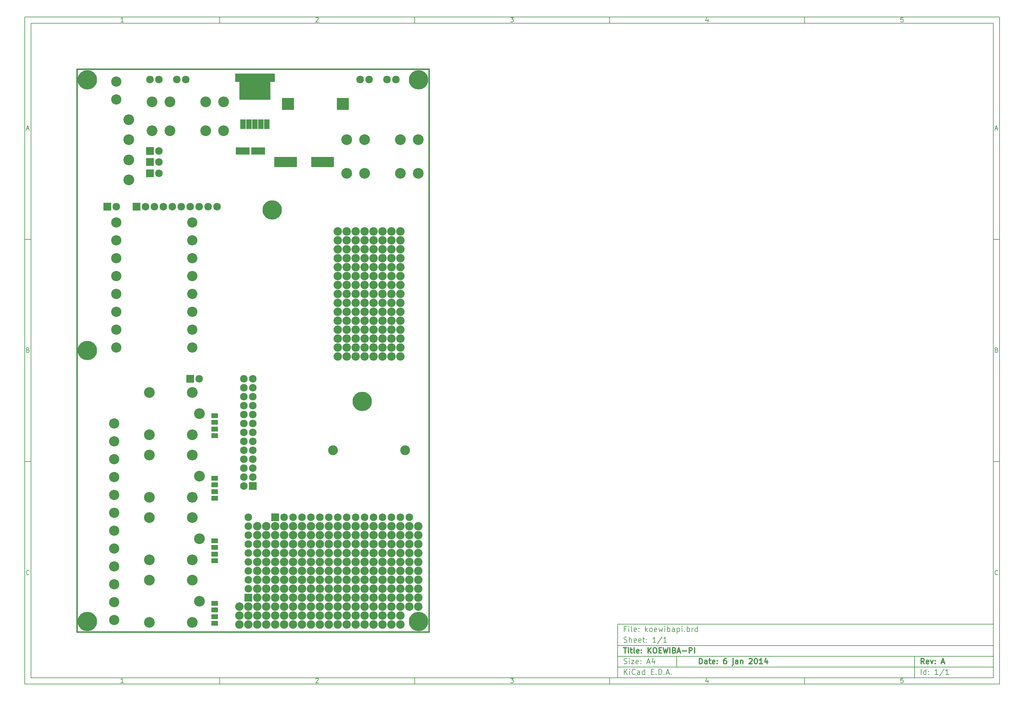
<source format=gts>
G04 (created by PCBNEW-RS274X (2011-05-25)-stable) date Mo 06 Jan 2014 14:30:27 CET*
G01*
G70*
G90*
%MOIN*%
G04 Gerber Fmt 3.4, Leading zero omitted, Abs format*
%FSLAX34Y34*%
G04 APERTURE LIST*
%ADD10C,0.006000*%
%ADD11C,0.012000*%
%ADD12C,0.015000*%
%ADD13C,0.120000*%
%ADD14R,0.062000X0.105000*%
%ADD15R,0.348000X0.295000*%
%ADD16R,0.068500X0.095000*%
%ADD17R,0.075000X0.055000*%
%ADD18R,0.138100X0.138100*%
%ADD19C,0.085000*%
%ADD20R,0.085000X0.085000*%
%ADD21C,0.110000*%
%ADD22R,0.157800X0.083000*%
%ADD23R,0.256200X0.114500*%
%ADD24C,0.115000*%
%ADD25C,0.216900*%
%ADD26C,0.095000*%
G04 APERTURE END LIST*
G54D10*
X04000Y-04000D02*
X113000Y-04000D01*
X113000Y-78670D01*
X04000Y-78670D01*
X04000Y-04000D01*
X04700Y-04700D02*
X112300Y-04700D01*
X112300Y-77970D01*
X04700Y-77970D01*
X04700Y-04700D01*
X25800Y-04000D02*
X25800Y-04700D01*
X15043Y-04552D02*
X14757Y-04552D01*
X14900Y-04552D02*
X14900Y-04052D01*
X14852Y-04124D01*
X14805Y-04171D01*
X14757Y-04195D01*
X25800Y-78670D02*
X25800Y-77970D01*
X15043Y-78522D02*
X14757Y-78522D01*
X14900Y-78522D02*
X14900Y-78022D01*
X14852Y-78094D01*
X14805Y-78141D01*
X14757Y-78165D01*
X47600Y-04000D02*
X47600Y-04700D01*
X36557Y-04100D02*
X36581Y-04076D01*
X36629Y-04052D01*
X36748Y-04052D01*
X36795Y-04076D01*
X36819Y-04100D01*
X36843Y-04148D01*
X36843Y-04195D01*
X36819Y-04267D01*
X36533Y-04552D01*
X36843Y-04552D01*
X47600Y-78670D02*
X47600Y-77970D01*
X36557Y-78070D02*
X36581Y-78046D01*
X36629Y-78022D01*
X36748Y-78022D01*
X36795Y-78046D01*
X36819Y-78070D01*
X36843Y-78118D01*
X36843Y-78165D01*
X36819Y-78237D01*
X36533Y-78522D01*
X36843Y-78522D01*
X69400Y-04000D02*
X69400Y-04700D01*
X58333Y-04052D02*
X58643Y-04052D01*
X58476Y-04243D01*
X58548Y-04243D01*
X58595Y-04267D01*
X58619Y-04290D01*
X58643Y-04338D01*
X58643Y-04457D01*
X58619Y-04505D01*
X58595Y-04529D01*
X58548Y-04552D01*
X58405Y-04552D01*
X58357Y-04529D01*
X58333Y-04505D01*
X69400Y-78670D02*
X69400Y-77970D01*
X58333Y-78022D02*
X58643Y-78022D01*
X58476Y-78213D01*
X58548Y-78213D01*
X58595Y-78237D01*
X58619Y-78260D01*
X58643Y-78308D01*
X58643Y-78427D01*
X58619Y-78475D01*
X58595Y-78499D01*
X58548Y-78522D01*
X58405Y-78522D01*
X58357Y-78499D01*
X58333Y-78475D01*
X91200Y-04000D02*
X91200Y-04700D01*
X80395Y-04219D02*
X80395Y-04552D01*
X80276Y-04029D02*
X80157Y-04386D01*
X80467Y-04386D01*
X91200Y-78670D02*
X91200Y-77970D01*
X80395Y-78189D02*
X80395Y-78522D01*
X80276Y-77999D02*
X80157Y-78356D01*
X80467Y-78356D01*
X102219Y-04052D02*
X101981Y-04052D01*
X101957Y-04290D01*
X101981Y-04267D01*
X102029Y-04243D01*
X102148Y-04243D01*
X102195Y-04267D01*
X102219Y-04290D01*
X102243Y-04338D01*
X102243Y-04457D01*
X102219Y-04505D01*
X102195Y-04529D01*
X102148Y-04552D01*
X102029Y-04552D01*
X101981Y-04529D01*
X101957Y-04505D01*
X102219Y-78022D02*
X101981Y-78022D01*
X101957Y-78260D01*
X101981Y-78237D01*
X102029Y-78213D01*
X102148Y-78213D01*
X102195Y-78237D01*
X102219Y-78260D01*
X102243Y-78308D01*
X102243Y-78427D01*
X102219Y-78475D01*
X102195Y-78499D01*
X102148Y-78522D01*
X102029Y-78522D01*
X101981Y-78499D01*
X101957Y-78475D01*
X04000Y-28890D02*
X04700Y-28890D01*
X04231Y-16510D02*
X04469Y-16510D01*
X04184Y-16652D02*
X04350Y-16152D01*
X04517Y-16652D01*
X113000Y-28890D02*
X112300Y-28890D01*
X112531Y-16510D02*
X112769Y-16510D01*
X112484Y-16652D02*
X112650Y-16152D01*
X112817Y-16652D01*
X04000Y-53780D02*
X04700Y-53780D01*
X04386Y-41280D02*
X04457Y-41304D01*
X04481Y-41328D01*
X04505Y-41376D01*
X04505Y-41447D01*
X04481Y-41495D01*
X04457Y-41519D01*
X04410Y-41542D01*
X04219Y-41542D01*
X04219Y-41042D01*
X04386Y-41042D01*
X04433Y-41066D01*
X04457Y-41090D01*
X04481Y-41138D01*
X04481Y-41185D01*
X04457Y-41233D01*
X04433Y-41257D01*
X04386Y-41280D01*
X04219Y-41280D01*
X113000Y-53780D02*
X112300Y-53780D01*
X112686Y-41280D02*
X112757Y-41304D01*
X112781Y-41328D01*
X112805Y-41376D01*
X112805Y-41447D01*
X112781Y-41495D01*
X112757Y-41519D01*
X112710Y-41542D01*
X112519Y-41542D01*
X112519Y-41042D01*
X112686Y-41042D01*
X112733Y-41066D01*
X112757Y-41090D01*
X112781Y-41138D01*
X112781Y-41185D01*
X112757Y-41233D01*
X112733Y-41257D01*
X112686Y-41280D01*
X112519Y-41280D01*
X04505Y-66385D02*
X04481Y-66409D01*
X04410Y-66432D01*
X04362Y-66432D01*
X04290Y-66409D01*
X04243Y-66361D01*
X04219Y-66313D01*
X04195Y-66218D01*
X04195Y-66147D01*
X04219Y-66051D01*
X04243Y-66004D01*
X04290Y-65956D01*
X04362Y-65932D01*
X04410Y-65932D01*
X04481Y-65956D01*
X04505Y-65980D01*
X112805Y-66385D02*
X112781Y-66409D01*
X112710Y-66432D01*
X112662Y-66432D01*
X112590Y-66409D01*
X112543Y-66361D01*
X112519Y-66313D01*
X112495Y-66218D01*
X112495Y-66147D01*
X112519Y-66051D01*
X112543Y-66004D01*
X112590Y-65956D01*
X112662Y-65932D01*
X112710Y-65932D01*
X112781Y-65956D01*
X112805Y-65980D01*
G54D11*
X79443Y-76413D02*
X79443Y-75813D01*
X79586Y-75813D01*
X79671Y-75841D01*
X79729Y-75899D01*
X79757Y-75956D01*
X79786Y-76070D01*
X79786Y-76156D01*
X79757Y-76270D01*
X79729Y-76327D01*
X79671Y-76384D01*
X79586Y-76413D01*
X79443Y-76413D01*
X80300Y-76413D02*
X80300Y-76099D01*
X80271Y-76041D01*
X80214Y-76013D01*
X80100Y-76013D01*
X80043Y-76041D01*
X80300Y-76384D02*
X80243Y-76413D01*
X80100Y-76413D01*
X80043Y-76384D01*
X80014Y-76327D01*
X80014Y-76270D01*
X80043Y-76213D01*
X80100Y-76184D01*
X80243Y-76184D01*
X80300Y-76156D01*
X80500Y-76013D02*
X80729Y-76013D01*
X80586Y-75813D02*
X80586Y-76327D01*
X80614Y-76384D01*
X80672Y-76413D01*
X80729Y-76413D01*
X81157Y-76384D02*
X81100Y-76413D01*
X80986Y-76413D01*
X80929Y-76384D01*
X80900Y-76327D01*
X80900Y-76099D01*
X80929Y-76041D01*
X80986Y-76013D01*
X81100Y-76013D01*
X81157Y-76041D01*
X81186Y-76099D01*
X81186Y-76156D01*
X80900Y-76213D01*
X81443Y-76356D02*
X81471Y-76384D01*
X81443Y-76413D01*
X81414Y-76384D01*
X81443Y-76356D01*
X81443Y-76413D01*
X81443Y-76041D02*
X81471Y-76070D01*
X81443Y-76099D01*
X81414Y-76070D01*
X81443Y-76041D01*
X81443Y-76099D01*
X82443Y-75813D02*
X82329Y-75813D01*
X82272Y-75841D01*
X82243Y-75870D01*
X82186Y-75956D01*
X82157Y-76070D01*
X82157Y-76299D01*
X82186Y-76356D01*
X82214Y-76384D01*
X82272Y-76413D01*
X82386Y-76413D01*
X82443Y-76384D01*
X82472Y-76356D01*
X82500Y-76299D01*
X82500Y-76156D01*
X82472Y-76099D01*
X82443Y-76070D01*
X82386Y-76041D01*
X82272Y-76041D01*
X82214Y-76070D01*
X82186Y-76099D01*
X82157Y-76156D01*
X83214Y-76013D02*
X83214Y-76527D01*
X83185Y-76584D01*
X83128Y-76613D01*
X83100Y-76613D01*
X83214Y-75813D02*
X83185Y-75841D01*
X83214Y-75870D01*
X83242Y-75841D01*
X83214Y-75813D01*
X83214Y-75870D01*
X83757Y-76413D02*
X83757Y-76099D01*
X83728Y-76041D01*
X83671Y-76013D01*
X83557Y-76013D01*
X83500Y-76041D01*
X83757Y-76384D02*
X83700Y-76413D01*
X83557Y-76413D01*
X83500Y-76384D01*
X83471Y-76327D01*
X83471Y-76270D01*
X83500Y-76213D01*
X83557Y-76184D01*
X83700Y-76184D01*
X83757Y-76156D01*
X84043Y-76013D02*
X84043Y-76413D01*
X84043Y-76070D02*
X84071Y-76041D01*
X84129Y-76013D01*
X84214Y-76013D01*
X84271Y-76041D01*
X84300Y-76099D01*
X84300Y-76413D01*
X85014Y-75870D02*
X85043Y-75841D01*
X85100Y-75813D01*
X85243Y-75813D01*
X85300Y-75841D01*
X85329Y-75870D01*
X85357Y-75927D01*
X85357Y-75984D01*
X85329Y-76070D01*
X84986Y-76413D01*
X85357Y-76413D01*
X85728Y-75813D02*
X85785Y-75813D01*
X85842Y-75841D01*
X85871Y-75870D01*
X85900Y-75927D01*
X85928Y-76041D01*
X85928Y-76184D01*
X85900Y-76299D01*
X85871Y-76356D01*
X85842Y-76384D01*
X85785Y-76413D01*
X85728Y-76413D01*
X85671Y-76384D01*
X85642Y-76356D01*
X85614Y-76299D01*
X85585Y-76184D01*
X85585Y-76041D01*
X85614Y-75927D01*
X85642Y-75870D01*
X85671Y-75841D01*
X85728Y-75813D01*
X86499Y-76413D02*
X86156Y-76413D01*
X86328Y-76413D02*
X86328Y-75813D01*
X86271Y-75899D01*
X86213Y-75956D01*
X86156Y-75984D01*
X87013Y-76013D02*
X87013Y-76413D01*
X86870Y-75784D02*
X86727Y-76213D01*
X87099Y-76213D01*
G54D10*
X71043Y-77613D02*
X71043Y-77013D01*
X71386Y-77613D02*
X71129Y-77270D01*
X71386Y-77013D02*
X71043Y-77356D01*
X71643Y-77613D02*
X71643Y-77213D01*
X71643Y-77013D02*
X71614Y-77041D01*
X71643Y-77070D01*
X71671Y-77041D01*
X71643Y-77013D01*
X71643Y-77070D01*
X72272Y-77556D02*
X72243Y-77584D01*
X72157Y-77613D01*
X72100Y-77613D01*
X72015Y-77584D01*
X71957Y-77527D01*
X71929Y-77470D01*
X71900Y-77356D01*
X71900Y-77270D01*
X71929Y-77156D01*
X71957Y-77099D01*
X72015Y-77041D01*
X72100Y-77013D01*
X72157Y-77013D01*
X72243Y-77041D01*
X72272Y-77070D01*
X72786Y-77613D02*
X72786Y-77299D01*
X72757Y-77241D01*
X72700Y-77213D01*
X72586Y-77213D01*
X72529Y-77241D01*
X72786Y-77584D02*
X72729Y-77613D01*
X72586Y-77613D01*
X72529Y-77584D01*
X72500Y-77527D01*
X72500Y-77470D01*
X72529Y-77413D01*
X72586Y-77384D01*
X72729Y-77384D01*
X72786Y-77356D01*
X73329Y-77613D02*
X73329Y-77013D01*
X73329Y-77584D02*
X73272Y-77613D01*
X73158Y-77613D01*
X73100Y-77584D01*
X73072Y-77556D01*
X73043Y-77499D01*
X73043Y-77327D01*
X73072Y-77270D01*
X73100Y-77241D01*
X73158Y-77213D01*
X73272Y-77213D01*
X73329Y-77241D01*
X74072Y-77299D02*
X74272Y-77299D01*
X74358Y-77613D02*
X74072Y-77613D01*
X74072Y-77013D01*
X74358Y-77013D01*
X74615Y-77556D02*
X74643Y-77584D01*
X74615Y-77613D01*
X74586Y-77584D01*
X74615Y-77556D01*
X74615Y-77613D01*
X74901Y-77613D02*
X74901Y-77013D01*
X75044Y-77013D01*
X75129Y-77041D01*
X75187Y-77099D01*
X75215Y-77156D01*
X75244Y-77270D01*
X75244Y-77356D01*
X75215Y-77470D01*
X75187Y-77527D01*
X75129Y-77584D01*
X75044Y-77613D01*
X74901Y-77613D01*
X75501Y-77556D02*
X75529Y-77584D01*
X75501Y-77613D01*
X75472Y-77584D01*
X75501Y-77556D01*
X75501Y-77613D01*
X75758Y-77441D02*
X76044Y-77441D01*
X75701Y-77613D02*
X75901Y-77013D01*
X76101Y-77613D01*
X76301Y-77556D02*
X76329Y-77584D01*
X76301Y-77613D01*
X76272Y-77584D01*
X76301Y-77556D01*
X76301Y-77613D01*
G54D11*
X104586Y-76413D02*
X104386Y-76127D01*
X104243Y-76413D02*
X104243Y-75813D01*
X104471Y-75813D01*
X104529Y-75841D01*
X104557Y-75870D01*
X104586Y-75927D01*
X104586Y-76013D01*
X104557Y-76070D01*
X104529Y-76099D01*
X104471Y-76127D01*
X104243Y-76127D01*
X105071Y-76384D02*
X105014Y-76413D01*
X104900Y-76413D01*
X104843Y-76384D01*
X104814Y-76327D01*
X104814Y-76099D01*
X104843Y-76041D01*
X104900Y-76013D01*
X105014Y-76013D01*
X105071Y-76041D01*
X105100Y-76099D01*
X105100Y-76156D01*
X104814Y-76213D01*
X105300Y-76013D02*
X105443Y-76413D01*
X105585Y-76013D01*
X105814Y-76356D02*
X105842Y-76384D01*
X105814Y-76413D01*
X105785Y-76384D01*
X105814Y-76356D01*
X105814Y-76413D01*
X105814Y-76041D02*
X105842Y-76070D01*
X105814Y-76099D01*
X105785Y-76070D01*
X105814Y-76041D01*
X105814Y-76099D01*
X106528Y-76241D02*
X106814Y-76241D01*
X106471Y-76413D02*
X106671Y-75813D01*
X106871Y-76413D01*
G54D10*
X71014Y-76384D02*
X71100Y-76413D01*
X71243Y-76413D01*
X71300Y-76384D01*
X71329Y-76356D01*
X71357Y-76299D01*
X71357Y-76241D01*
X71329Y-76184D01*
X71300Y-76156D01*
X71243Y-76127D01*
X71129Y-76099D01*
X71071Y-76070D01*
X71043Y-76041D01*
X71014Y-75984D01*
X71014Y-75927D01*
X71043Y-75870D01*
X71071Y-75841D01*
X71129Y-75813D01*
X71271Y-75813D01*
X71357Y-75841D01*
X71614Y-76413D02*
X71614Y-76013D01*
X71614Y-75813D02*
X71585Y-75841D01*
X71614Y-75870D01*
X71642Y-75841D01*
X71614Y-75813D01*
X71614Y-75870D01*
X71843Y-76013D02*
X72157Y-76013D01*
X71843Y-76413D01*
X72157Y-76413D01*
X72614Y-76384D02*
X72557Y-76413D01*
X72443Y-76413D01*
X72386Y-76384D01*
X72357Y-76327D01*
X72357Y-76099D01*
X72386Y-76041D01*
X72443Y-76013D01*
X72557Y-76013D01*
X72614Y-76041D01*
X72643Y-76099D01*
X72643Y-76156D01*
X72357Y-76213D01*
X72900Y-76356D02*
X72928Y-76384D01*
X72900Y-76413D01*
X72871Y-76384D01*
X72900Y-76356D01*
X72900Y-76413D01*
X72900Y-76041D02*
X72928Y-76070D01*
X72900Y-76099D01*
X72871Y-76070D01*
X72900Y-76041D01*
X72900Y-76099D01*
X73614Y-76241D02*
X73900Y-76241D01*
X73557Y-76413D02*
X73757Y-75813D01*
X73957Y-76413D01*
X74414Y-76013D02*
X74414Y-76413D01*
X74271Y-75784D02*
X74128Y-76213D01*
X74500Y-76213D01*
X104243Y-77613D02*
X104243Y-77013D01*
X104786Y-77613D02*
X104786Y-77013D01*
X104786Y-77584D02*
X104729Y-77613D01*
X104615Y-77613D01*
X104557Y-77584D01*
X104529Y-77556D01*
X104500Y-77499D01*
X104500Y-77327D01*
X104529Y-77270D01*
X104557Y-77241D01*
X104615Y-77213D01*
X104729Y-77213D01*
X104786Y-77241D01*
X105072Y-77556D02*
X105100Y-77584D01*
X105072Y-77613D01*
X105043Y-77584D01*
X105072Y-77556D01*
X105072Y-77613D01*
X105072Y-77241D02*
X105100Y-77270D01*
X105072Y-77299D01*
X105043Y-77270D01*
X105072Y-77241D01*
X105072Y-77299D01*
X106129Y-77613D02*
X105786Y-77613D01*
X105958Y-77613D02*
X105958Y-77013D01*
X105901Y-77099D01*
X105843Y-77156D01*
X105786Y-77184D01*
X106814Y-76984D02*
X106300Y-77756D01*
X107329Y-77613D02*
X106986Y-77613D01*
X107158Y-77613D02*
X107158Y-77013D01*
X107101Y-77099D01*
X107043Y-77156D01*
X106986Y-77184D01*
G54D11*
X70957Y-74613D02*
X71300Y-74613D01*
X71129Y-75213D02*
X71129Y-74613D01*
X71500Y-75213D02*
X71500Y-74813D01*
X71500Y-74613D02*
X71471Y-74641D01*
X71500Y-74670D01*
X71528Y-74641D01*
X71500Y-74613D01*
X71500Y-74670D01*
X71700Y-74813D02*
X71929Y-74813D01*
X71786Y-74613D02*
X71786Y-75127D01*
X71814Y-75184D01*
X71872Y-75213D01*
X71929Y-75213D01*
X72215Y-75213D02*
X72157Y-75184D01*
X72129Y-75127D01*
X72129Y-74613D01*
X72671Y-75184D02*
X72614Y-75213D01*
X72500Y-75213D01*
X72443Y-75184D01*
X72414Y-75127D01*
X72414Y-74899D01*
X72443Y-74841D01*
X72500Y-74813D01*
X72614Y-74813D01*
X72671Y-74841D01*
X72700Y-74899D01*
X72700Y-74956D01*
X72414Y-75013D01*
X72957Y-75156D02*
X72985Y-75184D01*
X72957Y-75213D01*
X72928Y-75184D01*
X72957Y-75156D01*
X72957Y-75213D01*
X72957Y-74841D02*
X72985Y-74870D01*
X72957Y-74899D01*
X72928Y-74870D01*
X72957Y-74841D01*
X72957Y-74899D01*
X73700Y-75213D02*
X73700Y-74613D01*
X74043Y-75213D02*
X73786Y-74870D01*
X74043Y-74613D02*
X73700Y-74956D01*
X74414Y-74613D02*
X74528Y-74613D01*
X74586Y-74641D01*
X74643Y-74699D01*
X74671Y-74813D01*
X74671Y-75013D01*
X74643Y-75127D01*
X74586Y-75184D01*
X74528Y-75213D01*
X74414Y-75213D01*
X74357Y-75184D01*
X74300Y-75127D01*
X74271Y-75013D01*
X74271Y-74813D01*
X74300Y-74699D01*
X74357Y-74641D01*
X74414Y-74613D01*
X74929Y-74899D02*
X75129Y-74899D01*
X75215Y-75213D02*
X74929Y-75213D01*
X74929Y-74613D01*
X75215Y-74613D01*
X75415Y-74613D02*
X75558Y-75213D01*
X75672Y-74784D01*
X75786Y-75213D01*
X75929Y-74613D01*
X76158Y-75213D02*
X76158Y-74613D01*
X76644Y-74899D02*
X76730Y-74927D01*
X76758Y-74956D01*
X76787Y-75013D01*
X76787Y-75099D01*
X76758Y-75156D01*
X76730Y-75184D01*
X76672Y-75213D01*
X76444Y-75213D01*
X76444Y-74613D01*
X76644Y-74613D01*
X76701Y-74641D01*
X76730Y-74670D01*
X76758Y-74727D01*
X76758Y-74784D01*
X76730Y-74841D01*
X76701Y-74870D01*
X76644Y-74899D01*
X76444Y-74899D01*
X77015Y-75041D02*
X77301Y-75041D01*
X76958Y-75213D02*
X77158Y-74613D01*
X77358Y-75213D01*
X77558Y-74984D02*
X78015Y-74984D01*
X78301Y-75213D02*
X78301Y-74613D01*
X78529Y-74613D01*
X78587Y-74641D01*
X78615Y-74670D01*
X78644Y-74727D01*
X78644Y-74813D01*
X78615Y-74870D01*
X78587Y-74899D01*
X78529Y-74927D01*
X78301Y-74927D01*
X78901Y-75213D02*
X78901Y-74613D01*
G54D10*
X71243Y-72499D02*
X71043Y-72499D01*
X71043Y-72813D02*
X71043Y-72213D01*
X71329Y-72213D01*
X71557Y-72813D02*
X71557Y-72413D01*
X71557Y-72213D02*
X71528Y-72241D01*
X71557Y-72270D01*
X71585Y-72241D01*
X71557Y-72213D01*
X71557Y-72270D01*
X71929Y-72813D02*
X71871Y-72784D01*
X71843Y-72727D01*
X71843Y-72213D01*
X72385Y-72784D02*
X72328Y-72813D01*
X72214Y-72813D01*
X72157Y-72784D01*
X72128Y-72727D01*
X72128Y-72499D01*
X72157Y-72441D01*
X72214Y-72413D01*
X72328Y-72413D01*
X72385Y-72441D01*
X72414Y-72499D01*
X72414Y-72556D01*
X72128Y-72613D01*
X72671Y-72756D02*
X72699Y-72784D01*
X72671Y-72813D01*
X72642Y-72784D01*
X72671Y-72756D01*
X72671Y-72813D01*
X72671Y-72441D02*
X72699Y-72470D01*
X72671Y-72499D01*
X72642Y-72470D01*
X72671Y-72441D01*
X72671Y-72499D01*
X73414Y-72813D02*
X73414Y-72213D01*
X73471Y-72584D02*
X73642Y-72813D01*
X73642Y-72413D02*
X73414Y-72641D01*
X73986Y-72813D02*
X73928Y-72784D01*
X73900Y-72756D01*
X73871Y-72699D01*
X73871Y-72527D01*
X73900Y-72470D01*
X73928Y-72441D01*
X73986Y-72413D01*
X74071Y-72413D01*
X74128Y-72441D01*
X74157Y-72470D01*
X74186Y-72527D01*
X74186Y-72699D01*
X74157Y-72756D01*
X74128Y-72784D01*
X74071Y-72813D01*
X73986Y-72813D01*
X74671Y-72784D02*
X74614Y-72813D01*
X74500Y-72813D01*
X74443Y-72784D01*
X74414Y-72727D01*
X74414Y-72499D01*
X74443Y-72441D01*
X74500Y-72413D01*
X74614Y-72413D01*
X74671Y-72441D01*
X74700Y-72499D01*
X74700Y-72556D01*
X74414Y-72613D01*
X74900Y-72413D02*
X75014Y-72813D01*
X75128Y-72527D01*
X75243Y-72813D01*
X75357Y-72413D01*
X75586Y-72813D02*
X75586Y-72413D01*
X75586Y-72213D02*
X75557Y-72241D01*
X75586Y-72270D01*
X75614Y-72241D01*
X75586Y-72213D01*
X75586Y-72270D01*
X75872Y-72813D02*
X75872Y-72213D01*
X75872Y-72441D02*
X75929Y-72413D01*
X76043Y-72413D01*
X76100Y-72441D01*
X76129Y-72470D01*
X76158Y-72527D01*
X76158Y-72699D01*
X76129Y-72756D01*
X76100Y-72784D01*
X76043Y-72813D01*
X75929Y-72813D01*
X75872Y-72784D01*
X76672Y-72813D02*
X76672Y-72499D01*
X76643Y-72441D01*
X76586Y-72413D01*
X76472Y-72413D01*
X76415Y-72441D01*
X76672Y-72784D02*
X76615Y-72813D01*
X76472Y-72813D01*
X76415Y-72784D01*
X76386Y-72727D01*
X76386Y-72670D01*
X76415Y-72613D01*
X76472Y-72584D01*
X76615Y-72584D01*
X76672Y-72556D01*
X76958Y-72413D02*
X76958Y-73013D01*
X76958Y-72441D02*
X77015Y-72413D01*
X77129Y-72413D01*
X77186Y-72441D01*
X77215Y-72470D01*
X77244Y-72527D01*
X77244Y-72699D01*
X77215Y-72756D01*
X77186Y-72784D01*
X77129Y-72813D01*
X77015Y-72813D01*
X76958Y-72784D01*
X77501Y-72813D02*
X77501Y-72413D01*
X77501Y-72213D02*
X77472Y-72241D01*
X77501Y-72270D01*
X77529Y-72241D01*
X77501Y-72213D01*
X77501Y-72270D01*
X77787Y-72756D02*
X77815Y-72784D01*
X77787Y-72813D01*
X77758Y-72784D01*
X77787Y-72756D01*
X77787Y-72813D01*
X78073Y-72813D02*
X78073Y-72213D01*
X78073Y-72441D02*
X78130Y-72413D01*
X78244Y-72413D01*
X78301Y-72441D01*
X78330Y-72470D01*
X78359Y-72527D01*
X78359Y-72699D01*
X78330Y-72756D01*
X78301Y-72784D01*
X78244Y-72813D01*
X78130Y-72813D01*
X78073Y-72784D01*
X78616Y-72813D02*
X78616Y-72413D01*
X78616Y-72527D02*
X78644Y-72470D01*
X78673Y-72441D01*
X78730Y-72413D01*
X78787Y-72413D01*
X79244Y-72813D02*
X79244Y-72213D01*
X79244Y-72784D02*
X79187Y-72813D01*
X79073Y-72813D01*
X79015Y-72784D01*
X78987Y-72756D01*
X78958Y-72699D01*
X78958Y-72527D01*
X78987Y-72470D01*
X79015Y-72441D01*
X79073Y-72413D01*
X79187Y-72413D01*
X79244Y-72441D01*
X71014Y-73984D02*
X71100Y-74013D01*
X71243Y-74013D01*
X71300Y-73984D01*
X71329Y-73956D01*
X71357Y-73899D01*
X71357Y-73841D01*
X71329Y-73784D01*
X71300Y-73756D01*
X71243Y-73727D01*
X71129Y-73699D01*
X71071Y-73670D01*
X71043Y-73641D01*
X71014Y-73584D01*
X71014Y-73527D01*
X71043Y-73470D01*
X71071Y-73441D01*
X71129Y-73413D01*
X71271Y-73413D01*
X71357Y-73441D01*
X71614Y-74013D02*
X71614Y-73413D01*
X71871Y-74013D02*
X71871Y-73699D01*
X71842Y-73641D01*
X71785Y-73613D01*
X71700Y-73613D01*
X71642Y-73641D01*
X71614Y-73670D01*
X72385Y-73984D02*
X72328Y-74013D01*
X72214Y-74013D01*
X72157Y-73984D01*
X72128Y-73927D01*
X72128Y-73699D01*
X72157Y-73641D01*
X72214Y-73613D01*
X72328Y-73613D01*
X72385Y-73641D01*
X72414Y-73699D01*
X72414Y-73756D01*
X72128Y-73813D01*
X72899Y-73984D02*
X72842Y-74013D01*
X72728Y-74013D01*
X72671Y-73984D01*
X72642Y-73927D01*
X72642Y-73699D01*
X72671Y-73641D01*
X72728Y-73613D01*
X72842Y-73613D01*
X72899Y-73641D01*
X72928Y-73699D01*
X72928Y-73756D01*
X72642Y-73813D01*
X73099Y-73613D02*
X73328Y-73613D01*
X73185Y-73413D02*
X73185Y-73927D01*
X73213Y-73984D01*
X73271Y-74013D01*
X73328Y-74013D01*
X73528Y-73956D02*
X73556Y-73984D01*
X73528Y-74013D01*
X73499Y-73984D01*
X73528Y-73956D01*
X73528Y-74013D01*
X73528Y-73641D02*
X73556Y-73670D01*
X73528Y-73699D01*
X73499Y-73670D01*
X73528Y-73641D01*
X73528Y-73699D01*
X74585Y-74013D02*
X74242Y-74013D01*
X74414Y-74013D02*
X74414Y-73413D01*
X74357Y-73499D01*
X74299Y-73556D01*
X74242Y-73584D01*
X75270Y-73384D02*
X74756Y-74156D01*
X75785Y-74013D02*
X75442Y-74013D01*
X75614Y-74013D02*
X75614Y-73413D01*
X75557Y-73499D01*
X75499Y-73556D01*
X75442Y-73584D01*
X70300Y-71970D02*
X70300Y-77970D01*
X70300Y-71970D02*
X112300Y-71970D01*
X70300Y-71970D02*
X112300Y-71970D01*
X70300Y-74370D02*
X112300Y-74370D01*
X103500Y-75570D02*
X103500Y-77970D01*
X70300Y-76770D02*
X112300Y-76770D01*
X70300Y-75570D02*
X112300Y-75570D01*
X76900Y-75570D02*
X76900Y-76770D01*
G54D12*
X09843Y-72834D02*
X09843Y-09842D01*
X49213Y-72835D02*
X09843Y-72835D01*
X49213Y-09843D02*
X49213Y-72835D01*
X09843Y-09843D02*
X49213Y-09843D01*
G54D13*
X15630Y-22250D03*
X15630Y-20000D03*
X15630Y-17750D03*
X15630Y-15500D03*
G54D14*
X29750Y-16000D03*
X29080Y-16000D03*
X30420Y-16000D03*
X31090Y-16000D03*
X28410Y-16000D03*
G54D15*
X29750Y-11795D03*
G54D16*
X31630Y-10795D03*
X27870Y-10795D03*
G54D17*
X25250Y-70375D03*
X25250Y-69625D03*
X25250Y-56375D03*
X25250Y-55625D03*
X25250Y-49375D03*
X25250Y-48625D03*
X25250Y-63375D03*
X25250Y-62625D03*
X25250Y-64125D03*
X25250Y-64875D03*
X25250Y-57125D03*
X25250Y-57875D03*
X25250Y-50125D03*
X25250Y-50875D03*
X25250Y-71125D03*
X25250Y-71875D03*
G54D18*
X39571Y-13750D03*
X33429Y-13750D03*
G54D19*
X45508Y-11000D03*
X44508Y-11000D03*
X42508Y-11000D03*
X41508Y-11000D03*
X22008Y-11000D03*
X21008Y-11000D03*
X19008Y-11000D03*
X18008Y-11000D03*
G54D13*
X22752Y-53031D03*
X17948Y-53031D03*
X17948Y-57755D03*
X22752Y-57755D03*
X23539Y-55393D03*
X22752Y-46031D03*
X17948Y-46031D03*
X17948Y-50755D03*
X22752Y-50755D03*
X23539Y-48393D03*
X22752Y-67031D03*
X17948Y-67031D03*
X17948Y-71755D03*
X22752Y-71755D03*
X23539Y-69393D03*
X22752Y-60031D03*
X17948Y-60031D03*
X17948Y-64755D03*
X22752Y-64755D03*
X23539Y-62393D03*
G54D20*
X18000Y-20250D03*
G54D19*
X19000Y-20250D03*
G54D20*
X18000Y-19000D03*
G54D19*
X19000Y-19000D03*
G54D20*
X18000Y-21500D03*
G54D19*
X19000Y-21500D03*
G54D20*
X22500Y-44500D03*
G54D19*
X23500Y-44500D03*
G54D20*
X13250Y-25250D03*
G54D19*
X14250Y-25250D03*
G54D20*
X32000Y-60000D03*
G54D19*
X33000Y-60000D03*
X34000Y-60000D03*
X35000Y-60000D03*
X36000Y-60000D03*
X37000Y-60000D03*
X38000Y-60000D03*
X39000Y-60000D03*
X40000Y-60000D03*
X41000Y-60000D03*
X42000Y-60000D03*
X43000Y-60000D03*
X44000Y-60000D03*
X45000Y-60000D03*
X46000Y-60000D03*
X47000Y-60000D03*
G54D20*
X29000Y-69000D03*
G54D19*
X29000Y-68000D03*
X29000Y-67000D03*
X29000Y-66000D03*
X29000Y-65000D03*
X29000Y-64000D03*
X29000Y-63000D03*
X29000Y-62000D03*
X29000Y-61000D03*
X29000Y-60000D03*
G54D20*
X16500Y-25250D03*
G54D19*
X17500Y-25250D03*
X18500Y-25250D03*
X19500Y-25250D03*
X20500Y-25250D03*
X21500Y-25250D03*
X22500Y-25250D03*
X23500Y-25250D03*
X24500Y-25250D03*
X25500Y-25250D03*
G54D21*
X46559Y-52500D03*
X38488Y-52500D03*
G54D22*
X28384Y-19000D03*
X30116Y-19000D03*
G54D23*
X37317Y-20250D03*
X33183Y-20250D03*
G54D24*
X14000Y-49500D03*
X14000Y-51500D03*
X14000Y-53500D03*
X14000Y-55500D03*
X14000Y-57500D03*
X14000Y-59500D03*
X14000Y-61500D03*
X14000Y-63500D03*
X14000Y-65500D03*
X14000Y-67500D03*
X14000Y-69500D03*
X14000Y-71500D03*
X14250Y-11250D03*
X14250Y-13250D03*
X14250Y-27000D03*
X14250Y-29000D03*
X14250Y-31000D03*
X14250Y-33000D03*
X14250Y-35000D03*
X14250Y-37000D03*
X14250Y-39000D03*
X14250Y-41000D03*
X22750Y-27000D03*
X22750Y-29000D03*
X22750Y-31000D03*
X22750Y-33000D03*
X22750Y-35000D03*
X22750Y-37000D03*
X22750Y-39000D03*
X22750Y-41000D03*
G54D20*
X29500Y-56500D03*
G54D19*
X28500Y-56500D03*
X29500Y-55500D03*
X28500Y-55500D03*
X29500Y-54500D03*
X28500Y-54500D03*
X29500Y-53500D03*
X28500Y-53500D03*
X29500Y-52500D03*
X28500Y-52500D03*
X29500Y-51500D03*
X28500Y-51500D03*
X29500Y-50500D03*
X28500Y-50500D03*
X29500Y-49500D03*
X28500Y-49500D03*
X29500Y-48500D03*
X28500Y-48500D03*
X29500Y-47500D03*
X28500Y-47500D03*
X29500Y-46500D03*
X28500Y-46500D03*
X29500Y-45500D03*
X28500Y-45500D03*
X29500Y-44500D03*
X28500Y-44500D03*
G54D25*
X48031Y-71654D03*
X11024Y-71654D03*
X11024Y-11024D03*
X48031Y-11024D03*
X41732Y-47047D03*
X31693Y-25591D03*
X11024Y-41339D03*
G54D26*
X30000Y-64000D03*
X31000Y-64000D03*
X32000Y-64000D03*
X33000Y-64000D03*
X30000Y-63000D03*
X30000Y-65000D03*
X31000Y-65000D03*
X31000Y-63000D03*
X32000Y-63000D03*
X32000Y-65000D03*
X33000Y-65000D03*
X33000Y-63000D03*
X30000Y-62000D03*
X31000Y-62000D03*
X32000Y-62000D03*
X33000Y-62000D03*
X34000Y-62000D03*
X34000Y-63000D03*
X34000Y-64000D03*
X34000Y-65000D03*
X30000Y-61000D03*
X31000Y-61000D03*
X32000Y-61000D03*
X33000Y-61000D03*
X34000Y-61000D03*
X35000Y-64000D03*
X36000Y-64000D03*
X37000Y-64000D03*
X38000Y-64000D03*
X35000Y-63000D03*
X35000Y-65000D03*
X36000Y-65000D03*
X36000Y-63000D03*
X37000Y-63000D03*
X37000Y-65000D03*
X38000Y-65000D03*
X38000Y-63000D03*
X35000Y-62000D03*
X36000Y-62000D03*
X37000Y-62000D03*
X38000Y-62000D03*
X39000Y-62000D03*
X39000Y-63000D03*
X39000Y-64000D03*
X39000Y-65000D03*
X35000Y-61000D03*
X36000Y-61000D03*
X37000Y-61000D03*
X38000Y-61000D03*
X39000Y-61000D03*
X40000Y-64000D03*
X41000Y-64000D03*
X42000Y-64000D03*
X43000Y-64000D03*
X40000Y-63000D03*
X40000Y-65000D03*
X41000Y-65000D03*
X41000Y-63000D03*
X42000Y-63000D03*
X42000Y-65000D03*
X43000Y-65000D03*
X43000Y-63000D03*
X40000Y-62000D03*
X41000Y-62000D03*
X42000Y-62000D03*
X43000Y-62000D03*
X44000Y-62000D03*
X44000Y-63000D03*
X44000Y-64000D03*
X44000Y-65000D03*
X40000Y-61000D03*
X41000Y-61000D03*
X42000Y-61000D03*
X43000Y-61000D03*
X44000Y-61000D03*
X30000Y-69000D03*
X31000Y-69000D03*
X32000Y-69000D03*
X33000Y-69000D03*
X30000Y-68000D03*
X30000Y-70000D03*
X31000Y-70000D03*
X31000Y-68000D03*
X32000Y-68000D03*
X32000Y-70000D03*
X33000Y-70000D03*
X33000Y-68000D03*
X30000Y-67000D03*
X31000Y-67000D03*
X32000Y-67000D03*
X33000Y-67000D03*
X34000Y-67000D03*
X34000Y-68000D03*
X34000Y-69000D03*
X34000Y-70000D03*
X30000Y-66000D03*
X31000Y-66000D03*
X32000Y-66000D03*
X33000Y-66000D03*
X34000Y-66000D03*
X35000Y-69000D03*
X36000Y-69000D03*
X37000Y-69000D03*
X38000Y-69000D03*
X35000Y-68000D03*
X35000Y-70000D03*
X36000Y-70000D03*
X36000Y-68000D03*
X37000Y-68000D03*
X37000Y-70000D03*
X38000Y-70000D03*
X38000Y-68000D03*
X35000Y-67000D03*
X36000Y-67000D03*
X37000Y-67000D03*
X38000Y-67000D03*
X39000Y-67000D03*
X39000Y-68000D03*
X39000Y-69000D03*
X39000Y-70000D03*
X35000Y-66000D03*
X36000Y-66000D03*
X37000Y-66000D03*
X38000Y-66000D03*
X39000Y-66000D03*
X40000Y-69000D03*
X41000Y-69000D03*
X42000Y-69000D03*
X43000Y-69000D03*
X40000Y-68000D03*
X40000Y-70000D03*
X41000Y-70000D03*
X41000Y-68000D03*
X42000Y-68000D03*
X42000Y-70000D03*
X43000Y-70000D03*
X43000Y-68000D03*
X40000Y-67000D03*
X41000Y-67000D03*
X42000Y-67000D03*
X43000Y-67000D03*
X44000Y-67000D03*
X44000Y-68000D03*
X44000Y-69000D03*
X44000Y-70000D03*
X40000Y-66000D03*
X41000Y-66000D03*
X42000Y-66000D03*
X43000Y-66000D03*
X44000Y-66000D03*
X47000Y-65000D03*
X47000Y-64000D03*
X47000Y-63000D03*
X47000Y-62000D03*
X46000Y-65000D03*
X48000Y-65000D03*
X48000Y-64000D03*
X46000Y-64000D03*
X46000Y-63000D03*
X48000Y-63000D03*
X48000Y-62000D03*
X46000Y-62000D03*
X45000Y-65000D03*
X45000Y-64000D03*
X45000Y-63000D03*
X45000Y-62000D03*
X45000Y-61000D03*
X46000Y-61000D03*
X47000Y-61000D03*
X48000Y-61000D03*
X47000Y-70000D03*
X47000Y-69000D03*
X47000Y-68000D03*
X47000Y-67000D03*
X46000Y-70000D03*
X48000Y-70000D03*
X48000Y-69000D03*
X46000Y-69000D03*
X46000Y-68000D03*
X48000Y-68000D03*
X48000Y-67000D03*
X46000Y-67000D03*
X45000Y-70000D03*
X45000Y-69000D03*
X45000Y-68000D03*
X45000Y-67000D03*
X45000Y-66000D03*
X46000Y-66000D03*
X47000Y-66000D03*
X48000Y-66000D03*
X30000Y-71000D03*
X31000Y-71000D03*
X32000Y-71000D03*
X33000Y-71000D03*
X30000Y-72000D03*
X31000Y-72000D03*
X32000Y-72000D03*
X33000Y-72000D03*
X34000Y-71000D03*
X34000Y-72000D03*
X35000Y-71000D03*
X36000Y-71000D03*
X37000Y-71000D03*
X38000Y-71000D03*
X35000Y-72000D03*
X36000Y-72000D03*
X37000Y-72000D03*
X38000Y-72000D03*
X39000Y-71000D03*
X39000Y-72000D03*
X40000Y-71000D03*
X41000Y-71000D03*
X42000Y-71000D03*
X43000Y-71000D03*
X40000Y-72000D03*
X41000Y-72000D03*
X42000Y-72000D03*
X43000Y-72000D03*
X44000Y-71000D03*
X44000Y-72000D03*
X45000Y-71000D03*
X46000Y-71000D03*
X45000Y-72000D03*
X46000Y-72000D03*
X28000Y-70000D03*
X29000Y-70000D03*
X28000Y-71000D03*
X29000Y-71000D03*
X28000Y-72000D03*
X29000Y-72000D03*
X39000Y-31000D03*
X40000Y-31000D03*
X41000Y-31000D03*
X42000Y-31000D03*
X39000Y-30000D03*
X39000Y-32000D03*
X40000Y-32000D03*
X40000Y-30000D03*
X41000Y-30000D03*
X41000Y-32000D03*
X42000Y-32000D03*
X42000Y-30000D03*
X39000Y-29000D03*
X40000Y-29000D03*
X41000Y-29000D03*
X42000Y-29000D03*
X43000Y-29000D03*
X43000Y-30000D03*
X43000Y-31000D03*
X43000Y-32000D03*
X39000Y-28000D03*
X40000Y-28000D03*
X41000Y-28000D03*
X42000Y-28000D03*
X43000Y-28000D03*
X39000Y-36000D03*
X40000Y-36000D03*
X41000Y-36000D03*
X42000Y-36000D03*
X39000Y-35000D03*
X39000Y-37000D03*
X40000Y-37000D03*
X40000Y-35000D03*
X41000Y-35000D03*
X41000Y-37000D03*
X42000Y-37000D03*
X42000Y-35000D03*
X39000Y-34000D03*
X40000Y-34000D03*
X41000Y-34000D03*
X42000Y-34000D03*
X43000Y-34000D03*
X43000Y-35000D03*
X43000Y-36000D03*
X43000Y-37000D03*
X39000Y-33000D03*
X40000Y-33000D03*
X41000Y-33000D03*
X42000Y-33000D03*
X43000Y-33000D03*
X39000Y-41000D03*
X40000Y-41000D03*
X41000Y-41000D03*
X42000Y-41000D03*
X39000Y-40000D03*
X39000Y-42000D03*
X40000Y-42000D03*
X40000Y-40000D03*
X41000Y-40000D03*
X41000Y-42000D03*
X42000Y-42000D03*
X42000Y-40000D03*
X39000Y-39000D03*
X40000Y-39000D03*
X41000Y-39000D03*
X42000Y-39000D03*
X43000Y-39000D03*
X43000Y-40000D03*
X43000Y-41000D03*
X43000Y-42000D03*
X39000Y-38000D03*
X40000Y-38000D03*
X41000Y-38000D03*
X42000Y-38000D03*
X43000Y-38000D03*
X45000Y-42000D03*
X45000Y-41000D03*
X45000Y-40000D03*
X45000Y-39000D03*
X44000Y-42000D03*
X46000Y-42000D03*
X46000Y-41000D03*
X44000Y-41000D03*
X44000Y-40000D03*
X46000Y-40000D03*
X46000Y-39000D03*
X44000Y-39000D03*
X44000Y-38000D03*
X45000Y-38000D03*
X46000Y-38000D03*
X45000Y-37000D03*
X45000Y-36000D03*
X45000Y-35000D03*
X45000Y-34000D03*
X44000Y-37000D03*
X46000Y-37000D03*
X46000Y-36000D03*
X44000Y-36000D03*
X44000Y-35000D03*
X46000Y-35000D03*
X46000Y-34000D03*
X44000Y-34000D03*
X44000Y-33000D03*
X45000Y-33000D03*
X46000Y-33000D03*
X45000Y-32000D03*
X45000Y-31000D03*
X45000Y-30000D03*
X45000Y-29000D03*
X44000Y-32000D03*
X46000Y-32000D03*
X46000Y-31000D03*
X44000Y-31000D03*
X44000Y-30000D03*
X46000Y-30000D03*
X46000Y-29000D03*
X44000Y-29000D03*
X44000Y-28000D03*
X45000Y-28000D03*
X46000Y-28000D03*
G54D13*
X18250Y-13500D03*
X20250Y-13500D03*
X24250Y-13500D03*
X26250Y-13500D03*
X48000Y-21500D03*
X46000Y-21500D03*
X42000Y-21500D03*
X40000Y-21500D03*
X48000Y-17750D03*
X46000Y-17750D03*
X42000Y-17750D03*
X40000Y-17750D03*
X18250Y-16750D03*
X20250Y-16750D03*
X24250Y-16750D03*
X26250Y-16750D03*
M02*

</source>
